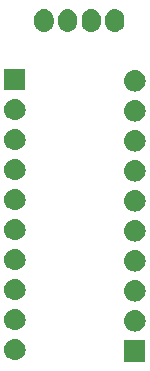
<source format=gbs>
G04 #@! TF.GenerationSoftware,KiCad,Pcbnew,(5.1.2)-1*
G04 #@! TF.CreationDate,2024-07-07T09:58:16+09:00*
G04 #@! TF.ProjectId,slg,736c672e-6b69-4636-9164-5f7063625858,v1.0*
G04 #@! TF.SameCoordinates,Original*
G04 #@! TF.FileFunction,Soldermask,Bot*
G04 #@! TF.FilePolarity,Negative*
%FSLAX46Y46*%
G04 Gerber Fmt 4.6, Leading zero omitted, Abs format (unit mm)*
G04 Created by KiCad (PCBNEW (5.1.2)-1) date 2024-07-07 09:58:16*
%MOMM*%
%LPD*%
G04 APERTURE LIST*
%ADD10C,0.100000*%
G04 APERTURE END LIST*
D10*
G36*
X153301000Y-103771000D02*
G01*
X151499000Y-103771000D01*
X151499000Y-101969000D01*
X153301000Y-101969000D01*
X153301000Y-103771000D01*
X153301000Y-103771000D01*
G37*
G36*
X142350442Y-101855518D02*
G01*
X142416627Y-101862037D01*
X142586466Y-101913557D01*
X142742991Y-101997222D01*
X142778729Y-102026552D01*
X142880186Y-102109814D01*
X142963448Y-102211271D01*
X142992778Y-102247009D01*
X143076443Y-102403534D01*
X143127963Y-102573373D01*
X143145359Y-102750000D01*
X143127963Y-102926627D01*
X143076443Y-103096466D01*
X142992778Y-103252991D01*
X142963448Y-103288729D01*
X142880186Y-103390186D01*
X142778729Y-103473448D01*
X142742991Y-103502778D01*
X142586466Y-103586443D01*
X142416627Y-103637963D01*
X142350443Y-103644481D01*
X142284260Y-103651000D01*
X142195740Y-103651000D01*
X142129557Y-103644481D01*
X142063373Y-103637963D01*
X141893534Y-103586443D01*
X141737009Y-103502778D01*
X141701271Y-103473448D01*
X141599814Y-103390186D01*
X141516552Y-103288729D01*
X141487222Y-103252991D01*
X141403557Y-103096466D01*
X141352037Y-102926627D01*
X141334641Y-102750000D01*
X141352037Y-102573373D01*
X141403557Y-102403534D01*
X141487222Y-102247009D01*
X141516552Y-102211271D01*
X141599814Y-102109814D01*
X141701271Y-102026552D01*
X141737009Y-101997222D01*
X141893534Y-101913557D01*
X142063373Y-101862037D01*
X142129558Y-101855518D01*
X142195740Y-101849000D01*
X142284260Y-101849000D01*
X142350442Y-101855518D01*
X142350442Y-101855518D01*
G37*
G36*
X152510443Y-99435519D02*
G01*
X152576627Y-99442037D01*
X152746466Y-99493557D01*
X152902991Y-99577222D01*
X152938729Y-99606552D01*
X153040186Y-99689814D01*
X153123448Y-99791271D01*
X153152778Y-99827009D01*
X153236443Y-99983534D01*
X153287963Y-100153373D01*
X153305359Y-100330000D01*
X153287963Y-100506627D01*
X153236443Y-100676466D01*
X153152778Y-100832991D01*
X153138667Y-100850185D01*
X153040186Y-100970186D01*
X152947266Y-101046442D01*
X152902991Y-101082778D01*
X152746466Y-101166443D01*
X152576627Y-101217963D01*
X152510443Y-101224481D01*
X152444260Y-101231000D01*
X152355740Y-101231000D01*
X152289558Y-101224482D01*
X152223373Y-101217963D01*
X152053534Y-101166443D01*
X151897009Y-101082778D01*
X151852734Y-101046442D01*
X151759814Y-100970186D01*
X151661333Y-100850185D01*
X151647222Y-100832991D01*
X151563557Y-100676466D01*
X151512037Y-100506627D01*
X151494641Y-100330000D01*
X151512037Y-100153373D01*
X151563557Y-99983534D01*
X151647222Y-99827009D01*
X151676552Y-99791271D01*
X151759814Y-99689814D01*
X151861271Y-99606552D01*
X151897009Y-99577222D01*
X152053534Y-99493557D01*
X152223373Y-99442037D01*
X152289558Y-99435518D01*
X152355740Y-99429000D01*
X152444260Y-99429000D01*
X152510443Y-99435519D01*
X152510443Y-99435519D01*
G37*
G36*
X142350443Y-99315519D02*
G01*
X142416627Y-99322037D01*
X142586466Y-99373557D01*
X142742991Y-99457222D01*
X142778729Y-99486552D01*
X142880186Y-99569814D01*
X142963448Y-99671271D01*
X142992778Y-99707009D01*
X143076443Y-99863534D01*
X143127963Y-100033373D01*
X143145359Y-100210000D01*
X143127963Y-100386627D01*
X143076443Y-100556466D01*
X142992778Y-100712991D01*
X142963448Y-100748729D01*
X142880186Y-100850186D01*
X142778729Y-100933448D01*
X142742991Y-100962778D01*
X142586466Y-101046443D01*
X142416627Y-101097963D01*
X142350442Y-101104482D01*
X142284260Y-101111000D01*
X142195740Y-101111000D01*
X142129558Y-101104482D01*
X142063373Y-101097963D01*
X141893534Y-101046443D01*
X141737009Y-100962778D01*
X141701271Y-100933448D01*
X141599814Y-100850186D01*
X141516552Y-100748729D01*
X141487222Y-100712991D01*
X141403557Y-100556466D01*
X141352037Y-100386627D01*
X141334641Y-100210000D01*
X141352037Y-100033373D01*
X141403557Y-99863534D01*
X141487222Y-99707009D01*
X141516552Y-99671271D01*
X141599814Y-99569814D01*
X141701271Y-99486552D01*
X141737009Y-99457222D01*
X141893534Y-99373557D01*
X142063373Y-99322037D01*
X142129557Y-99315519D01*
X142195740Y-99309000D01*
X142284260Y-99309000D01*
X142350443Y-99315519D01*
X142350443Y-99315519D01*
G37*
G36*
X152510442Y-96895518D02*
G01*
X152576627Y-96902037D01*
X152746466Y-96953557D01*
X152902991Y-97037222D01*
X152938729Y-97066552D01*
X153040186Y-97149814D01*
X153123448Y-97251271D01*
X153152778Y-97287009D01*
X153236443Y-97443534D01*
X153287963Y-97613373D01*
X153305359Y-97790000D01*
X153287963Y-97966627D01*
X153236443Y-98136466D01*
X153152778Y-98292991D01*
X153138667Y-98310185D01*
X153040186Y-98430186D01*
X152947266Y-98506442D01*
X152902991Y-98542778D01*
X152746466Y-98626443D01*
X152576627Y-98677963D01*
X152510442Y-98684482D01*
X152444260Y-98691000D01*
X152355740Y-98691000D01*
X152289558Y-98684482D01*
X152223373Y-98677963D01*
X152053534Y-98626443D01*
X151897009Y-98542778D01*
X151852734Y-98506442D01*
X151759814Y-98430186D01*
X151661333Y-98310185D01*
X151647222Y-98292991D01*
X151563557Y-98136466D01*
X151512037Y-97966627D01*
X151494641Y-97790000D01*
X151512037Y-97613373D01*
X151563557Y-97443534D01*
X151647222Y-97287009D01*
X151676552Y-97251271D01*
X151759814Y-97149814D01*
X151861271Y-97066552D01*
X151897009Y-97037222D01*
X152053534Y-96953557D01*
X152223373Y-96902037D01*
X152289558Y-96895518D01*
X152355740Y-96889000D01*
X152444260Y-96889000D01*
X152510442Y-96895518D01*
X152510442Y-96895518D01*
G37*
G36*
X142350442Y-96775518D02*
G01*
X142416627Y-96782037D01*
X142586466Y-96833557D01*
X142742991Y-96917222D01*
X142778729Y-96946552D01*
X142880186Y-97029814D01*
X142963448Y-97131271D01*
X142992778Y-97167009D01*
X143076443Y-97323534D01*
X143127963Y-97493373D01*
X143145359Y-97670000D01*
X143127963Y-97846627D01*
X143076443Y-98016466D01*
X142992778Y-98172991D01*
X142963448Y-98208729D01*
X142880186Y-98310186D01*
X142778729Y-98393448D01*
X142742991Y-98422778D01*
X142586466Y-98506443D01*
X142416627Y-98557963D01*
X142350443Y-98564481D01*
X142284260Y-98571000D01*
X142195740Y-98571000D01*
X142129558Y-98564482D01*
X142063373Y-98557963D01*
X141893534Y-98506443D01*
X141737009Y-98422778D01*
X141701271Y-98393448D01*
X141599814Y-98310186D01*
X141516552Y-98208729D01*
X141487222Y-98172991D01*
X141403557Y-98016466D01*
X141352037Y-97846627D01*
X141334641Y-97670000D01*
X141352037Y-97493373D01*
X141403557Y-97323534D01*
X141487222Y-97167009D01*
X141516552Y-97131271D01*
X141599814Y-97029814D01*
X141701271Y-96946552D01*
X141737009Y-96917222D01*
X141893534Y-96833557D01*
X142063373Y-96782037D01*
X142129558Y-96775518D01*
X142195740Y-96769000D01*
X142284260Y-96769000D01*
X142350442Y-96775518D01*
X142350442Y-96775518D01*
G37*
G36*
X152510442Y-94355518D02*
G01*
X152576627Y-94362037D01*
X152746466Y-94413557D01*
X152902991Y-94497222D01*
X152938729Y-94526552D01*
X153040186Y-94609814D01*
X153123448Y-94711271D01*
X153152778Y-94747009D01*
X153236443Y-94903534D01*
X153287963Y-95073373D01*
X153305359Y-95250000D01*
X153287963Y-95426627D01*
X153236443Y-95596466D01*
X153152778Y-95752991D01*
X153138667Y-95770185D01*
X153040186Y-95890186D01*
X152947266Y-95966442D01*
X152902991Y-96002778D01*
X152746466Y-96086443D01*
X152576627Y-96137963D01*
X152510443Y-96144481D01*
X152444260Y-96151000D01*
X152355740Y-96151000D01*
X152289558Y-96144482D01*
X152223373Y-96137963D01*
X152053534Y-96086443D01*
X151897009Y-96002778D01*
X151852734Y-95966442D01*
X151759814Y-95890186D01*
X151661333Y-95770185D01*
X151647222Y-95752991D01*
X151563557Y-95596466D01*
X151512037Y-95426627D01*
X151494641Y-95250000D01*
X151512037Y-95073373D01*
X151563557Y-94903534D01*
X151647222Y-94747009D01*
X151676552Y-94711271D01*
X151759814Y-94609814D01*
X151861271Y-94526552D01*
X151897009Y-94497222D01*
X152053534Y-94413557D01*
X152223373Y-94362037D01*
X152289557Y-94355519D01*
X152355740Y-94349000D01*
X152444260Y-94349000D01*
X152510442Y-94355518D01*
X152510442Y-94355518D01*
G37*
G36*
X142350442Y-94235518D02*
G01*
X142416627Y-94242037D01*
X142586466Y-94293557D01*
X142742991Y-94377222D01*
X142778729Y-94406552D01*
X142880186Y-94489814D01*
X142963448Y-94591271D01*
X142992778Y-94627009D01*
X143076443Y-94783534D01*
X143127963Y-94953373D01*
X143145359Y-95130000D01*
X143127963Y-95306627D01*
X143076443Y-95476466D01*
X142992778Y-95632991D01*
X142963448Y-95668729D01*
X142880186Y-95770186D01*
X142778729Y-95853448D01*
X142742991Y-95882778D01*
X142586466Y-95966443D01*
X142416627Y-96017963D01*
X142350443Y-96024481D01*
X142284260Y-96031000D01*
X142195740Y-96031000D01*
X142129558Y-96024482D01*
X142063373Y-96017963D01*
X141893534Y-95966443D01*
X141737009Y-95882778D01*
X141701271Y-95853448D01*
X141599814Y-95770186D01*
X141516552Y-95668729D01*
X141487222Y-95632991D01*
X141403557Y-95476466D01*
X141352037Y-95306627D01*
X141334641Y-95130000D01*
X141352037Y-94953373D01*
X141403557Y-94783534D01*
X141487222Y-94627009D01*
X141516552Y-94591271D01*
X141599814Y-94489814D01*
X141701271Y-94406552D01*
X141737009Y-94377222D01*
X141893534Y-94293557D01*
X142063373Y-94242037D01*
X142129558Y-94235518D01*
X142195740Y-94229000D01*
X142284260Y-94229000D01*
X142350442Y-94235518D01*
X142350442Y-94235518D01*
G37*
G36*
X152510442Y-91815518D02*
G01*
X152576627Y-91822037D01*
X152746466Y-91873557D01*
X152902991Y-91957222D01*
X152938729Y-91986552D01*
X153040186Y-92069814D01*
X153123448Y-92171271D01*
X153152778Y-92207009D01*
X153236443Y-92363534D01*
X153287963Y-92533373D01*
X153305359Y-92710000D01*
X153287963Y-92886627D01*
X153236443Y-93056466D01*
X153152778Y-93212991D01*
X153138667Y-93230185D01*
X153040186Y-93350186D01*
X152947266Y-93426442D01*
X152902991Y-93462778D01*
X152746466Y-93546443D01*
X152576627Y-93597963D01*
X152510442Y-93604482D01*
X152444260Y-93611000D01*
X152355740Y-93611000D01*
X152289557Y-93604481D01*
X152223373Y-93597963D01*
X152053534Y-93546443D01*
X151897009Y-93462778D01*
X151852734Y-93426442D01*
X151759814Y-93350186D01*
X151661333Y-93230185D01*
X151647222Y-93212991D01*
X151563557Y-93056466D01*
X151512037Y-92886627D01*
X151494641Y-92710000D01*
X151512037Y-92533373D01*
X151563557Y-92363534D01*
X151647222Y-92207009D01*
X151676552Y-92171271D01*
X151759814Y-92069814D01*
X151861271Y-91986552D01*
X151897009Y-91957222D01*
X152053534Y-91873557D01*
X152223373Y-91822037D01*
X152289558Y-91815518D01*
X152355740Y-91809000D01*
X152444260Y-91809000D01*
X152510442Y-91815518D01*
X152510442Y-91815518D01*
G37*
G36*
X142350442Y-91695518D02*
G01*
X142416627Y-91702037D01*
X142586466Y-91753557D01*
X142742991Y-91837222D01*
X142778729Y-91866552D01*
X142880186Y-91949814D01*
X142963448Y-92051271D01*
X142992778Y-92087009D01*
X143076443Y-92243534D01*
X143127963Y-92413373D01*
X143145359Y-92590000D01*
X143127963Y-92766627D01*
X143076443Y-92936466D01*
X142992778Y-93092991D01*
X142963448Y-93128729D01*
X142880186Y-93230186D01*
X142778729Y-93313448D01*
X142742991Y-93342778D01*
X142586466Y-93426443D01*
X142416627Y-93477963D01*
X142350443Y-93484481D01*
X142284260Y-93491000D01*
X142195740Y-93491000D01*
X142129557Y-93484481D01*
X142063373Y-93477963D01*
X141893534Y-93426443D01*
X141737009Y-93342778D01*
X141701271Y-93313448D01*
X141599814Y-93230186D01*
X141516552Y-93128729D01*
X141487222Y-93092991D01*
X141403557Y-92936466D01*
X141352037Y-92766627D01*
X141334641Y-92590000D01*
X141352037Y-92413373D01*
X141403557Y-92243534D01*
X141487222Y-92087009D01*
X141516552Y-92051271D01*
X141599814Y-91949814D01*
X141701271Y-91866552D01*
X141737009Y-91837222D01*
X141893534Y-91753557D01*
X142063373Y-91702037D01*
X142129558Y-91695518D01*
X142195740Y-91689000D01*
X142284260Y-91689000D01*
X142350442Y-91695518D01*
X142350442Y-91695518D01*
G37*
G36*
X152510443Y-89275519D02*
G01*
X152576627Y-89282037D01*
X152746466Y-89333557D01*
X152902991Y-89417222D01*
X152938729Y-89446552D01*
X153040186Y-89529814D01*
X153123448Y-89631271D01*
X153152778Y-89667009D01*
X153236443Y-89823534D01*
X153287963Y-89993373D01*
X153305359Y-90170000D01*
X153287963Y-90346627D01*
X153236443Y-90516466D01*
X153152778Y-90672991D01*
X153138667Y-90690185D01*
X153040186Y-90810186D01*
X152947266Y-90886442D01*
X152902991Y-90922778D01*
X152746466Y-91006443D01*
X152576627Y-91057963D01*
X152510442Y-91064482D01*
X152444260Y-91071000D01*
X152355740Y-91071000D01*
X152289558Y-91064482D01*
X152223373Y-91057963D01*
X152053534Y-91006443D01*
X151897009Y-90922778D01*
X151852734Y-90886442D01*
X151759814Y-90810186D01*
X151661333Y-90690185D01*
X151647222Y-90672991D01*
X151563557Y-90516466D01*
X151512037Y-90346627D01*
X151494641Y-90170000D01*
X151512037Y-89993373D01*
X151563557Y-89823534D01*
X151647222Y-89667009D01*
X151676552Y-89631271D01*
X151759814Y-89529814D01*
X151861271Y-89446552D01*
X151897009Y-89417222D01*
X152053534Y-89333557D01*
X152223373Y-89282037D01*
X152289557Y-89275519D01*
X152355740Y-89269000D01*
X152444260Y-89269000D01*
X152510443Y-89275519D01*
X152510443Y-89275519D01*
G37*
G36*
X142350443Y-89155519D02*
G01*
X142416627Y-89162037D01*
X142586466Y-89213557D01*
X142742991Y-89297222D01*
X142778729Y-89326552D01*
X142880186Y-89409814D01*
X142963448Y-89511271D01*
X142992778Y-89547009D01*
X143076443Y-89703534D01*
X143127963Y-89873373D01*
X143145359Y-90050000D01*
X143127963Y-90226627D01*
X143076443Y-90396466D01*
X142992778Y-90552991D01*
X142963448Y-90588729D01*
X142880186Y-90690186D01*
X142778729Y-90773448D01*
X142742991Y-90802778D01*
X142586466Y-90886443D01*
X142416627Y-90937963D01*
X142350442Y-90944482D01*
X142284260Y-90951000D01*
X142195740Y-90951000D01*
X142129558Y-90944482D01*
X142063373Y-90937963D01*
X141893534Y-90886443D01*
X141737009Y-90802778D01*
X141701271Y-90773448D01*
X141599814Y-90690186D01*
X141516552Y-90588729D01*
X141487222Y-90552991D01*
X141403557Y-90396466D01*
X141352037Y-90226627D01*
X141334641Y-90050000D01*
X141352037Y-89873373D01*
X141403557Y-89703534D01*
X141487222Y-89547009D01*
X141516552Y-89511271D01*
X141599814Y-89409814D01*
X141701271Y-89326552D01*
X141737009Y-89297222D01*
X141893534Y-89213557D01*
X142063373Y-89162037D01*
X142129557Y-89155519D01*
X142195740Y-89149000D01*
X142284260Y-89149000D01*
X142350443Y-89155519D01*
X142350443Y-89155519D01*
G37*
G36*
X152510442Y-86735518D02*
G01*
X152576627Y-86742037D01*
X152746466Y-86793557D01*
X152902991Y-86877222D01*
X152938729Y-86906552D01*
X153040186Y-86989814D01*
X153123448Y-87091271D01*
X153152778Y-87127009D01*
X153236443Y-87283534D01*
X153287963Y-87453373D01*
X153305359Y-87630000D01*
X153287963Y-87806627D01*
X153236443Y-87976466D01*
X153152778Y-88132991D01*
X153138667Y-88150185D01*
X153040186Y-88270186D01*
X152947266Y-88346442D01*
X152902991Y-88382778D01*
X152746466Y-88466443D01*
X152576627Y-88517963D01*
X152510442Y-88524482D01*
X152444260Y-88531000D01*
X152355740Y-88531000D01*
X152289558Y-88524482D01*
X152223373Y-88517963D01*
X152053534Y-88466443D01*
X151897009Y-88382778D01*
X151852734Y-88346442D01*
X151759814Y-88270186D01*
X151661333Y-88150185D01*
X151647222Y-88132991D01*
X151563557Y-87976466D01*
X151512037Y-87806627D01*
X151494641Y-87630000D01*
X151512037Y-87453373D01*
X151563557Y-87283534D01*
X151647222Y-87127009D01*
X151676552Y-87091271D01*
X151759814Y-86989814D01*
X151861271Y-86906552D01*
X151897009Y-86877222D01*
X152053534Y-86793557D01*
X152223373Y-86742037D01*
X152289558Y-86735518D01*
X152355740Y-86729000D01*
X152444260Y-86729000D01*
X152510442Y-86735518D01*
X152510442Y-86735518D01*
G37*
G36*
X142350443Y-86615519D02*
G01*
X142416627Y-86622037D01*
X142586466Y-86673557D01*
X142742991Y-86757222D01*
X142778729Y-86786552D01*
X142880186Y-86869814D01*
X142963448Y-86971271D01*
X142992778Y-87007009D01*
X143076443Y-87163534D01*
X143127963Y-87333373D01*
X143145359Y-87510000D01*
X143127963Y-87686627D01*
X143076443Y-87856466D01*
X142992778Y-88012991D01*
X142963448Y-88048729D01*
X142880186Y-88150186D01*
X142778729Y-88233448D01*
X142742991Y-88262778D01*
X142586466Y-88346443D01*
X142416627Y-88397963D01*
X142350443Y-88404481D01*
X142284260Y-88411000D01*
X142195740Y-88411000D01*
X142129557Y-88404481D01*
X142063373Y-88397963D01*
X141893534Y-88346443D01*
X141737009Y-88262778D01*
X141701271Y-88233448D01*
X141599814Y-88150186D01*
X141516552Y-88048729D01*
X141487222Y-88012991D01*
X141403557Y-87856466D01*
X141352037Y-87686627D01*
X141334641Y-87510000D01*
X141352037Y-87333373D01*
X141403557Y-87163534D01*
X141487222Y-87007009D01*
X141516552Y-86971271D01*
X141599814Y-86869814D01*
X141701271Y-86786552D01*
X141737009Y-86757222D01*
X141893534Y-86673557D01*
X142063373Y-86622037D01*
X142129557Y-86615519D01*
X142195740Y-86609000D01*
X142284260Y-86609000D01*
X142350443Y-86615519D01*
X142350443Y-86615519D01*
G37*
G36*
X152510442Y-84195518D02*
G01*
X152576627Y-84202037D01*
X152746466Y-84253557D01*
X152902991Y-84337222D01*
X152938729Y-84366552D01*
X153040186Y-84449814D01*
X153123448Y-84551271D01*
X153152778Y-84587009D01*
X153236443Y-84743534D01*
X153287963Y-84913373D01*
X153305359Y-85090000D01*
X153287963Y-85266627D01*
X153236443Y-85436466D01*
X153152778Y-85592991D01*
X153138667Y-85610185D01*
X153040186Y-85730186D01*
X152947266Y-85806442D01*
X152902991Y-85842778D01*
X152746466Y-85926443D01*
X152576627Y-85977963D01*
X152510442Y-85984482D01*
X152444260Y-85991000D01*
X152355740Y-85991000D01*
X152289558Y-85984482D01*
X152223373Y-85977963D01*
X152053534Y-85926443D01*
X151897009Y-85842778D01*
X151852734Y-85806442D01*
X151759814Y-85730186D01*
X151661333Y-85610185D01*
X151647222Y-85592991D01*
X151563557Y-85436466D01*
X151512037Y-85266627D01*
X151494641Y-85090000D01*
X151512037Y-84913373D01*
X151563557Y-84743534D01*
X151647222Y-84587009D01*
X151676552Y-84551271D01*
X151759814Y-84449814D01*
X151861271Y-84366552D01*
X151897009Y-84337222D01*
X152053534Y-84253557D01*
X152223373Y-84202037D01*
X152289558Y-84195518D01*
X152355740Y-84189000D01*
X152444260Y-84189000D01*
X152510442Y-84195518D01*
X152510442Y-84195518D01*
G37*
G36*
X142350442Y-84075518D02*
G01*
X142416627Y-84082037D01*
X142586466Y-84133557D01*
X142742991Y-84217222D01*
X142778729Y-84246552D01*
X142880186Y-84329814D01*
X142963448Y-84431271D01*
X142992778Y-84467009D01*
X143076443Y-84623534D01*
X143127963Y-84793373D01*
X143145359Y-84970000D01*
X143127963Y-85146627D01*
X143076443Y-85316466D01*
X142992778Y-85472991D01*
X142963448Y-85508729D01*
X142880186Y-85610186D01*
X142778729Y-85693448D01*
X142742991Y-85722778D01*
X142586466Y-85806443D01*
X142416627Y-85857963D01*
X142350442Y-85864482D01*
X142284260Y-85871000D01*
X142195740Y-85871000D01*
X142129558Y-85864482D01*
X142063373Y-85857963D01*
X141893534Y-85806443D01*
X141737009Y-85722778D01*
X141701271Y-85693448D01*
X141599814Y-85610186D01*
X141516552Y-85508729D01*
X141487222Y-85472991D01*
X141403557Y-85316466D01*
X141352037Y-85146627D01*
X141334641Y-84970000D01*
X141352037Y-84793373D01*
X141403557Y-84623534D01*
X141487222Y-84467009D01*
X141516552Y-84431271D01*
X141599814Y-84329814D01*
X141701271Y-84246552D01*
X141737009Y-84217222D01*
X141893534Y-84133557D01*
X142063373Y-84082037D01*
X142129558Y-84075518D01*
X142195740Y-84069000D01*
X142284260Y-84069000D01*
X142350442Y-84075518D01*
X142350442Y-84075518D01*
G37*
G36*
X152510443Y-81655519D02*
G01*
X152576627Y-81662037D01*
X152746466Y-81713557D01*
X152902991Y-81797222D01*
X152938729Y-81826552D01*
X153040186Y-81909814D01*
X153123448Y-82011271D01*
X153152778Y-82047009D01*
X153236443Y-82203534D01*
X153287963Y-82373373D01*
X153305359Y-82550000D01*
X153287963Y-82726627D01*
X153236443Y-82896466D01*
X153152778Y-83052991D01*
X153138667Y-83070185D01*
X153040186Y-83190186D01*
X152947266Y-83266442D01*
X152902991Y-83302778D01*
X152746466Y-83386443D01*
X152576627Y-83437963D01*
X152510443Y-83444481D01*
X152444260Y-83451000D01*
X152355740Y-83451000D01*
X152289557Y-83444481D01*
X152223373Y-83437963D01*
X152053534Y-83386443D01*
X151897009Y-83302778D01*
X151852734Y-83266442D01*
X151759814Y-83190186D01*
X151661333Y-83070185D01*
X151647222Y-83052991D01*
X151563557Y-82896466D01*
X151512037Y-82726627D01*
X151494641Y-82550000D01*
X151512037Y-82373373D01*
X151563557Y-82203534D01*
X151647222Y-82047009D01*
X151676552Y-82011271D01*
X151759814Y-81909814D01*
X151861271Y-81826552D01*
X151897009Y-81797222D01*
X152053534Y-81713557D01*
X152223373Y-81662037D01*
X152289557Y-81655519D01*
X152355740Y-81649000D01*
X152444260Y-81649000D01*
X152510443Y-81655519D01*
X152510443Y-81655519D01*
G37*
G36*
X142350442Y-81535518D02*
G01*
X142416627Y-81542037D01*
X142586466Y-81593557D01*
X142742991Y-81677222D01*
X142778729Y-81706552D01*
X142880186Y-81789814D01*
X142963448Y-81891271D01*
X142992778Y-81927009D01*
X143076443Y-82083534D01*
X143127963Y-82253373D01*
X143145359Y-82430000D01*
X143127963Y-82606627D01*
X143076443Y-82776466D01*
X142992778Y-82932991D01*
X142963448Y-82968729D01*
X142880186Y-83070186D01*
X142778729Y-83153448D01*
X142742991Y-83182778D01*
X142586466Y-83266443D01*
X142416627Y-83317963D01*
X142350443Y-83324481D01*
X142284260Y-83331000D01*
X142195740Y-83331000D01*
X142129557Y-83324481D01*
X142063373Y-83317963D01*
X141893534Y-83266443D01*
X141737009Y-83182778D01*
X141701271Y-83153448D01*
X141599814Y-83070186D01*
X141516552Y-82968729D01*
X141487222Y-82932991D01*
X141403557Y-82776466D01*
X141352037Y-82606627D01*
X141334641Y-82430000D01*
X141352037Y-82253373D01*
X141403557Y-82083534D01*
X141487222Y-81927009D01*
X141516552Y-81891271D01*
X141599814Y-81789814D01*
X141701271Y-81706552D01*
X141737009Y-81677222D01*
X141893534Y-81593557D01*
X142063373Y-81542037D01*
X142129558Y-81535518D01*
X142195740Y-81529000D01*
X142284260Y-81529000D01*
X142350442Y-81535518D01*
X142350442Y-81535518D01*
G37*
G36*
X152510443Y-79115519D02*
G01*
X152576627Y-79122037D01*
X152746466Y-79173557D01*
X152902991Y-79257222D01*
X152938729Y-79286552D01*
X153040186Y-79369814D01*
X153123448Y-79471271D01*
X153152778Y-79507009D01*
X153236443Y-79663534D01*
X153287963Y-79833373D01*
X153305359Y-80010000D01*
X153287963Y-80186627D01*
X153236443Y-80356466D01*
X153152778Y-80512991D01*
X153123448Y-80548729D01*
X153040186Y-80650186D01*
X152938729Y-80733448D01*
X152902991Y-80762778D01*
X152746466Y-80846443D01*
X152576627Y-80897963D01*
X152510442Y-80904482D01*
X152444260Y-80911000D01*
X152355740Y-80911000D01*
X152289558Y-80904482D01*
X152223373Y-80897963D01*
X152053534Y-80846443D01*
X151897009Y-80762778D01*
X151861271Y-80733448D01*
X151759814Y-80650186D01*
X151676552Y-80548729D01*
X151647222Y-80512991D01*
X151563557Y-80356466D01*
X151512037Y-80186627D01*
X151494641Y-80010000D01*
X151512037Y-79833373D01*
X151563557Y-79663534D01*
X151647222Y-79507009D01*
X151676552Y-79471271D01*
X151759814Y-79369814D01*
X151861271Y-79286552D01*
X151897009Y-79257222D01*
X152053534Y-79173557D01*
X152223373Y-79122037D01*
X152289557Y-79115519D01*
X152355740Y-79109000D01*
X152444260Y-79109000D01*
X152510443Y-79115519D01*
X152510443Y-79115519D01*
G37*
G36*
X143141000Y-80791000D02*
G01*
X141339000Y-80791000D01*
X141339000Y-78989000D01*
X143141000Y-78989000D01*
X143141000Y-80791000D01*
X143141000Y-80791000D01*
G37*
G36*
X146859375Y-73960764D02*
G01*
X147012626Y-74007252D01*
X147012629Y-74007253D01*
X147153863Y-74082744D01*
X147277659Y-74184341D01*
X147379256Y-74308137D01*
X147454747Y-74449370D01*
X147454747Y-74449371D01*
X147454748Y-74449373D01*
X147501236Y-74602624D01*
X147513000Y-74722067D01*
X147513000Y-75077932D01*
X147501236Y-75197375D01*
X147454748Y-75350627D01*
X147454747Y-75350630D01*
X147379256Y-75491863D01*
X147277659Y-75615659D01*
X147153863Y-75717256D01*
X147012630Y-75792747D01*
X147012627Y-75792748D01*
X146859376Y-75839236D01*
X146700000Y-75854933D01*
X146540625Y-75839236D01*
X146387374Y-75792748D01*
X146387371Y-75792747D01*
X146246137Y-75717256D01*
X146122341Y-75615659D01*
X146020744Y-75491863D01*
X145945253Y-75350630D01*
X145945252Y-75350627D01*
X145898764Y-75197376D01*
X145887000Y-75077933D01*
X145887000Y-74722068D01*
X145898764Y-74602625D01*
X145945252Y-74449374D01*
X145945253Y-74449371D01*
X146020744Y-74308137D01*
X146122341Y-74184341D01*
X146246137Y-74082744D01*
X146387370Y-74007253D01*
X146387373Y-74007252D01*
X146540624Y-73960764D01*
X146700000Y-73945067D01*
X146859375Y-73960764D01*
X146859375Y-73960764D01*
G37*
G36*
X144859375Y-73960764D02*
G01*
X145012626Y-74007252D01*
X145012629Y-74007253D01*
X145153863Y-74082744D01*
X145277659Y-74184341D01*
X145379256Y-74308137D01*
X145454747Y-74449370D01*
X145454747Y-74449371D01*
X145454748Y-74449373D01*
X145501236Y-74602624D01*
X145513000Y-74722067D01*
X145513000Y-75077932D01*
X145501236Y-75197375D01*
X145454748Y-75350627D01*
X145454747Y-75350630D01*
X145379256Y-75491863D01*
X145277659Y-75615659D01*
X145153863Y-75717256D01*
X145012630Y-75792747D01*
X145012627Y-75792748D01*
X144859376Y-75839236D01*
X144700000Y-75854933D01*
X144540625Y-75839236D01*
X144387374Y-75792748D01*
X144387371Y-75792747D01*
X144246137Y-75717256D01*
X144122341Y-75615659D01*
X144020744Y-75491863D01*
X143945253Y-75350630D01*
X143945252Y-75350627D01*
X143898764Y-75197376D01*
X143887000Y-75077933D01*
X143887000Y-74722068D01*
X143898764Y-74602625D01*
X143945252Y-74449374D01*
X143945253Y-74449371D01*
X144020744Y-74308137D01*
X144122341Y-74184341D01*
X144246137Y-74082744D01*
X144387370Y-74007253D01*
X144387373Y-74007252D01*
X144540624Y-73960764D01*
X144700000Y-73945067D01*
X144859375Y-73960764D01*
X144859375Y-73960764D01*
G37*
G36*
X148859375Y-73960764D02*
G01*
X149012626Y-74007252D01*
X149012629Y-74007253D01*
X149153863Y-74082744D01*
X149277659Y-74184341D01*
X149379256Y-74308137D01*
X149454747Y-74449370D01*
X149454747Y-74449371D01*
X149454748Y-74449373D01*
X149501236Y-74602624D01*
X149513000Y-74722067D01*
X149513000Y-75077932D01*
X149501236Y-75197375D01*
X149454748Y-75350627D01*
X149454747Y-75350630D01*
X149379256Y-75491863D01*
X149277659Y-75615659D01*
X149153863Y-75717256D01*
X149012630Y-75792747D01*
X149012627Y-75792748D01*
X148859376Y-75839236D01*
X148700000Y-75854933D01*
X148540625Y-75839236D01*
X148387374Y-75792748D01*
X148387371Y-75792747D01*
X148246137Y-75717256D01*
X148122341Y-75615659D01*
X148020744Y-75491863D01*
X147945253Y-75350630D01*
X147945252Y-75350627D01*
X147898764Y-75197376D01*
X147887000Y-75077933D01*
X147887000Y-74722068D01*
X147898764Y-74602625D01*
X147945252Y-74449374D01*
X147945253Y-74449371D01*
X148020744Y-74308137D01*
X148122341Y-74184341D01*
X148246137Y-74082744D01*
X148387370Y-74007253D01*
X148387373Y-74007252D01*
X148540624Y-73960764D01*
X148700000Y-73945067D01*
X148859375Y-73960764D01*
X148859375Y-73960764D01*
G37*
G36*
X150859375Y-73960764D02*
G01*
X151012626Y-74007252D01*
X151012629Y-74007253D01*
X151153863Y-74082744D01*
X151277659Y-74184341D01*
X151379256Y-74308137D01*
X151454747Y-74449370D01*
X151454747Y-74449371D01*
X151454748Y-74449373D01*
X151501236Y-74602624D01*
X151513000Y-74722067D01*
X151513000Y-75077932D01*
X151501236Y-75197375D01*
X151454748Y-75350627D01*
X151454747Y-75350630D01*
X151379256Y-75491863D01*
X151277659Y-75615659D01*
X151153863Y-75717256D01*
X151012630Y-75792747D01*
X151012627Y-75792748D01*
X150859376Y-75839236D01*
X150700000Y-75854933D01*
X150540625Y-75839236D01*
X150387374Y-75792748D01*
X150387371Y-75792747D01*
X150246137Y-75717256D01*
X150122341Y-75615659D01*
X150020744Y-75491863D01*
X149945253Y-75350630D01*
X149945252Y-75350627D01*
X149898764Y-75197376D01*
X149887000Y-75077933D01*
X149887000Y-74722068D01*
X149898764Y-74602625D01*
X149945252Y-74449374D01*
X149945253Y-74449371D01*
X150020744Y-74308137D01*
X150122341Y-74184341D01*
X150246137Y-74082744D01*
X150387370Y-74007253D01*
X150387373Y-74007252D01*
X150540624Y-73960764D01*
X150700000Y-73945067D01*
X150859375Y-73960764D01*
X150859375Y-73960764D01*
G37*
M02*

</source>
